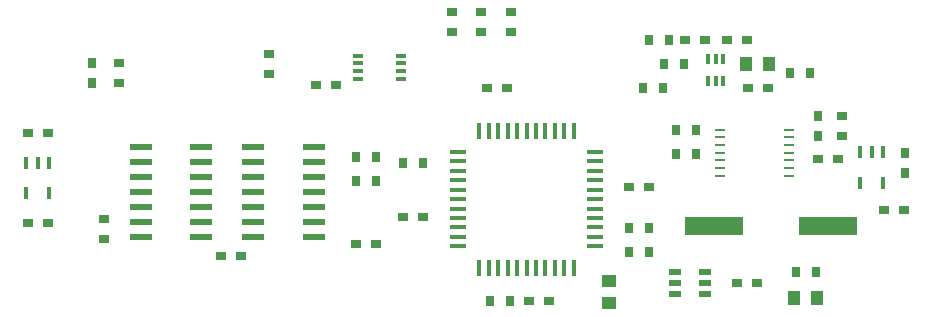
<source format=gtp>
G04 EAGLE Gerber RS-274X export*
G75*
%MOMM*%
%FSLAX34Y34*%
%LPD*%
%INpad maske top*%
%IPPOS*%
%AMOC8*
5,1,8,0,0,1.08239X$1,22.5*%
G01*
%ADD10R,0.800000X0.900000*%
%ADD11R,0.900000X0.800000*%
%ADD12R,1.899919X0.528319*%
%ADD13R,1.400000X0.400000*%
%ADD14R,0.400000X1.400000*%
%ADD15R,4.947919X1.544319*%
%ADD16R,0.929638X0.243838*%
%ADD17R,0.440000X1.090000*%
%ADD18R,0.920000X0.320000*%
%ADD19R,0.980000X0.480000*%
%ADD20R,1.040000X1.240000*%
%ADD21R,0.320000X0.970000*%
%ADD22R,1.240000X1.040000*%


D10*
X93980Y197240D03*
X93980Y214240D03*
D11*
X203590Y50800D03*
X220590Y50800D03*
X317890Y60960D03*
X334890Y60960D03*
X374260Y83820D03*
X357260Y83820D03*
X463940Y12700D03*
X480940Y12700D03*
X549030Y109220D03*
X566030Y109220D03*
X116840Y214240D03*
X116840Y197240D03*
X104140Y82160D03*
X104140Y65160D03*
X243840Y221860D03*
X243840Y204860D03*
D10*
X317890Y134620D03*
X334890Y134620D03*
X317890Y114300D03*
X334890Y114300D03*
X357260Y129540D03*
X374260Y129540D03*
D12*
X186944Y67310D03*
X135636Y67310D03*
X186944Y80010D03*
X186944Y92710D03*
X135636Y80010D03*
X135636Y92710D03*
X186944Y105410D03*
X135636Y105410D03*
X186944Y118110D03*
X186944Y130810D03*
X135636Y118110D03*
X135636Y130810D03*
X186944Y143510D03*
X135636Y143510D03*
X282194Y67310D03*
X230886Y67310D03*
X282194Y80010D03*
X282194Y92710D03*
X230886Y80010D03*
X230886Y92710D03*
X282194Y105410D03*
X230886Y105410D03*
X282194Y118110D03*
X282194Y130810D03*
X230886Y118110D03*
X230886Y130810D03*
X282194Y143510D03*
X230886Y143510D03*
D13*
X404280Y139060D03*
X404280Y131060D03*
X404280Y123060D03*
X404280Y115060D03*
X404280Y107060D03*
X404280Y99060D03*
X404280Y91060D03*
X404280Y83060D03*
X404280Y75060D03*
X404280Y67060D03*
X404280Y59060D03*
D14*
X422280Y41060D03*
X430280Y41060D03*
X438280Y41060D03*
X446280Y41060D03*
X454280Y41060D03*
X462280Y41060D03*
X470280Y41060D03*
X478280Y41060D03*
X486280Y41060D03*
X494280Y41060D03*
X502280Y41060D03*
D13*
X520280Y59060D03*
X520280Y67060D03*
X520280Y75060D03*
X520280Y83060D03*
X520280Y91060D03*
X520280Y99060D03*
X520280Y107060D03*
X520280Y115060D03*
X520280Y123060D03*
X520280Y131060D03*
X520280Y139060D03*
D14*
X502280Y157060D03*
X494280Y157060D03*
X486280Y157060D03*
X478280Y157060D03*
X470280Y157060D03*
X462280Y157060D03*
X454280Y157060D03*
X446280Y157060D03*
X438280Y157060D03*
X430280Y157060D03*
X422280Y157060D03*
D11*
X764930Y90170D03*
X781930Y90170D03*
D10*
X782320Y121040D03*
X782320Y138040D03*
D15*
X621030Y76200D03*
X717550Y76200D03*
D16*
X684498Y118930D03*
X684498Y125430D03*
X684498Y131930D03*
X684498Y138430D03*
X684498Y144930D03*
X684498Y151430D03*
X684498Y157930D03*
X626142Y157930D03*
X626142Y151430D03*
X626142Y144930D03*
X626142Y138430D03*
X626142Y131930D03*
X626142Y125430D03*
X626142Y118930D03*
D10*
X566030Y54610D03*
X549030Y54610D03*
X566030Y74930D03*
X549030Y74930D03*
D11*
X56760Y78740D03*
X39760Y78740D03*
X56760Y154940D03*
X39760Y154940D03*
D17*
X57760Y129841D03*
X48260Y129841D03*
X38760Y129841D03*
X38760Y103839D03*
X57760Y103839D03*
X763880Y138731D03*
X754380Y138731D03*
X744880Y138731D03*
X744880Y112729D03*
X763880Y112729D03*
D18*
X355820Y201070D03*
X355820Y207570D03*
X355820Y214070D03*
X355820Y220570D03*
X319820Y220570D03*
X319820Y214070D03*
X319820Y207570D03*
X319820Y201070D03*
D11*
X300600Y195580D03*
X283600Y195580D03*
X728980Y152790D03*
X728980Y169790D03*
D10*
X708660Y152790D03*
X708660Y169790D03*
D11*
X709050Y133350D03*
X726050Y133350D03*
X399034Y257166D03*
X399034Y240166D03*
X448818Y257166D03*
X448818Y240166D03*
X423926Y257166D03*
X423926Y240166D03*
D19*
X587710Y37440D03*
X587710Y27940D03*
X587710Y18440D03*
X613710Y37440D03*
X613710Y27940D03*
X613710Y18440D03*
D11*
X640470Y27940D03*
X657470Y27940D03*
X445380Y193040D03*
X428380Y193040D03*
D10*
X447920Y12700D03*
X430920Y12700D03*
D20*
X689000Y15240D03*
X708000Y15240D03*
D10*
X690000Y37440D03*
X707000Y37440D03*
X605400Y157480D03*
X588400Y157480D03*
X605400Y137160D03*
X588400Y137160D03*
X578240Y213360D03*
X595240Y213360D03*
X565540Y233680D03*
X582540Y233680D03*
X684920Y205740D03*
X701920Y205740D03*
D21*
X615800Y199030D03*
X622300Y199030D03*
X628800Y199030D03*
X628800Y217530D03*
X622300Y217530D03*
X615800Y217530D03*
D20*
X648360Y213360D03*
X667360Y213360D03*
D11*
X649360Y193040D03*
X666360Y193040D03*
X631580Y233680D03*
X648580Y233680D03*
X613020Y233680D03*
X596020Y233680D03*
D10*
X577460Y193040D03*
X560460Y193040D03*
D22*
X532130Y10820D03*
X532130Y29820D03*
M02*

</source>
